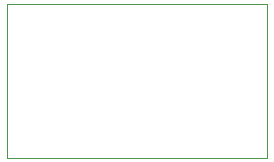
<source format=gbr>
%TF.GenerationSoftware,KiCad,Pcbnew,6.0.9-8da3e8f707~116~ubuntu22.04.1*%
%TF.CreationDate,2022-11-22T16:03:36+05:30*%
%TF.ProjectId,mpu,6d70752e-6b69-4636-9164-5f7063625858,rev?*%
%TF.SameCoordinates,Original*%
%TF.FileFunction,Profile,NP*%
%FSLAX46Y46*%
G04 Gerber Fmt 4.6, Leading zero omitted, Abs format (unit mm)*
G04 Created by KiCad (PCBNEW 6.0.9-8da3e8f707~116~ubuntu22.04.1) date 2022-11-22 16:03:36*
%MOMM*%
%LPD*%
G01*
G04 APERTURE LIST*
%TA.AperFunction,Profile*%
%ADD10C,0.100000*%
%TD*%
G04 APERTURE END LIST*
D10*
X141060000Y-68100000D02*
X163060000Y-68100000D01*
X163060000Y-68100000D02*
X163060000Y-81100000D01*
X163060000Y-81100000D02*
X141060000Y-81100000D01*
X141060000Y-81100000D02*
X141060000Y-68100000D01*
M02*

</source>
